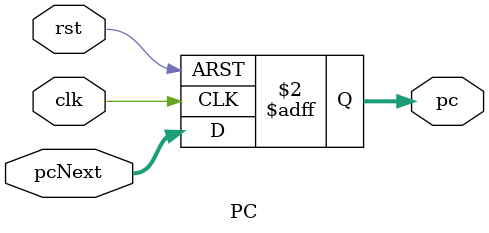
<source format=v>
/*1) registro contador de programa
nombre: PC
ent: clk, pcNext(32)
sal: pc(32)
*/
module PC (
	input wire clk,				//reloj
	input wire rst,				//reset
	input wire [31:0] pcNext,	//siguiente valor del PC
	output reg [31:0] pc		//valor actual del PC
);

	always @(posedge clk or posedge rst) begin
		if (rst) begin
			pc <= 32'h0000_0000;
		end else
		begin
		pc <= pcNext;
		end
	end
endmodule
</source>
